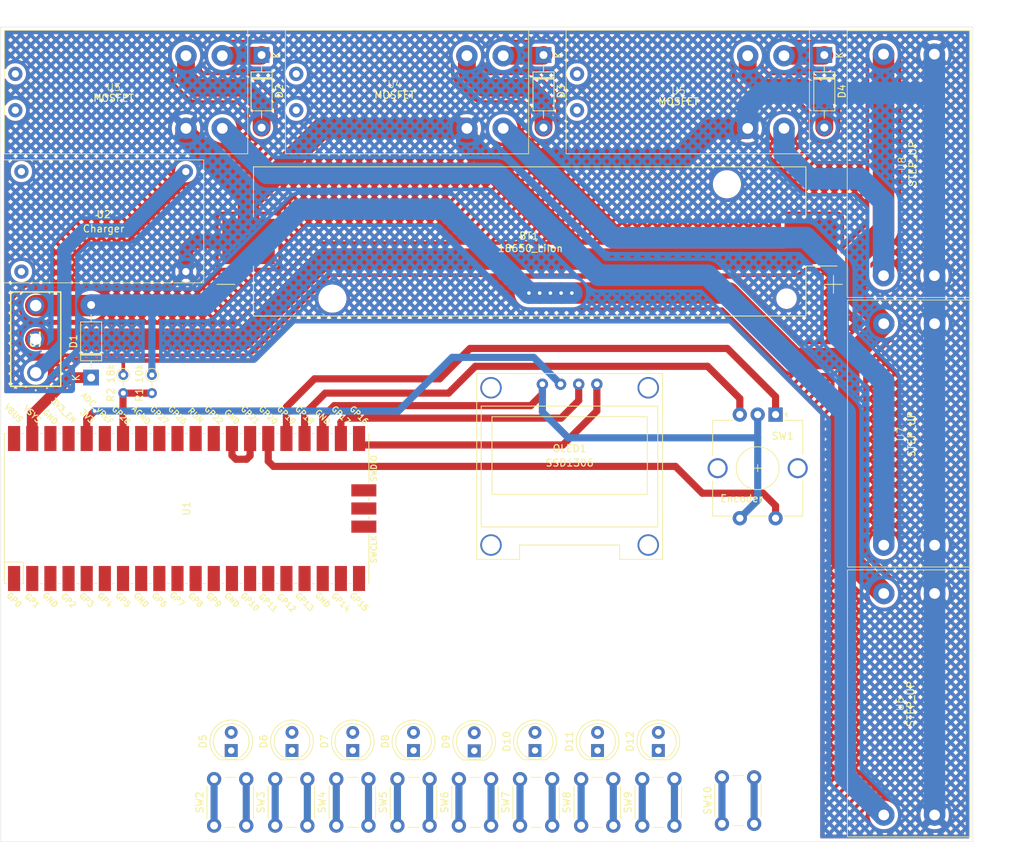
<source format=kicad_pcb>
(kicad_pcb (version 20240108) (generator "pcbnew") (generator_version "8.0")
  (title_block (title "LARS V2") (date "2024-04-01") (rev "1") (comment 1 "https://git.xythobuz.de/thomas/drumkit") (comment 2 "Licensed under the CERN-OHL-S-2.0+") (comment 4 "Copyright (c) 2024 Thomas Buck, Kauzerei"))
  (layers (0 "F.Cu" signal) (31 "B.Cu" signal) (34 "B.Paste" user) (35 "F.Paste" user) (36 "B.SilkS" user "B.Silkscreen") (37 "F.SilkS" user "F.Silkscreen") (38 "B.Mask" user) (39 "F.Mask" user) (44 "Edge.Cuts" user))
  (net 0 "")
  (net 2 "Net-(OLED1-SCL)")
  (net 3 "+BATT")
  (net 7 "Net-(OLED1-SDA)")
  (net 8 "Net-(U1-GPIO27_ADC1)")
  (net 13 "Net-(D1-K)")
  (net 19 "Net-(U1-GPIO20)")
  (net 21 "Net-(U1-GPIO28_ADC2)")
  (net 24 "Net-(U1-GPIO19)")
  (net 25 "unconnected-(SW10-Pad2)")
  (net 39 "Net-(U1-GPIO18)")
  (net 40 "+3.3V")
  (net 41 "-BATT")
  (net 44 "unconnected-(SW2-Pad2)")
  (net 45 "unconnected-(SW2-Pad1)")
  (net 46 "unconnected-(SW3-Pad2)")
  (net 47 "unconnected-(SW3-Pad1)")
  (net 48 "unconnected-(SW4-Pad1)")
  (net 49 "unconnected-(SW4-Pad2)")
  (net 50 "unconnected-(SW5-Pad1)")
  (net 51 "unconnected-(SW5-Pad2)")
  (net 52 "Net-(D2-A)")
  (net 53 "Net-(D2-K)")
  (net 55 "Net-(D3-K)")
  (net 56 "Net-(D3-A)")
  (net 58 "Net-(D4-A)")
  (net 59 "Net-(D4-K)")
  (net 60 "Net-(U3-Vin+)")
  (net 62 "Net-(U4-Vin+)")
  (net 63 "Net-(U5-Vin+)")
  (net 64 "unconnected-(SW6-Pad2)")
  (net 65 "unconnected-(SW6-Pad1)")
  (net 66 "unconnected-(SW7-Pad1)")
  (net 67 "unconnected-(SW7-Pad2)")
  (net 68 "unconnected-(SW8-Pad1)")
  (net 69 "unconnected-(SW8-Pad2)")
  (net 70 "unconnected-(SW9-Pad2)")
  (net 71 "unconnected-(SW9-Pad1)")
  (net 88 "unconnected-(SW10-Pad1)")
  (net 89 "Net-(U1-GPIO22)")
  (net 90 "Net-(U1-GPIO26_ADC0)")
  (net 91 "Net-(U1-GPIO21)")
  (net 92 "Net-(BT1-+)")
  (net 93 "Net-(S1-NO)")
  (footprint "Button_Switch_THT:SW_PUSH_6mm_H5mm" (layer "F.Cu") (at 112.7 152.5 90)
    (property "Reference" "SW2" (at 3.25 -2 -90) (layer "F.SilkS"))
    (property "Value" "SW_Push")
    (pad "1" thru_hole circle (at 0 0 180) (size 2 2) (drill 1.1) (layers "*.Cu" "*.Mask") (net 45 "unconnected-(SW2-Pad1)"))
    (pad "1" thru_hole circle (at 6.5 0 180) (size 2 2) (drill 1.1) (layers "*.Cu" "*.Mask") (net 45 "unconnected-(SW2-Pad1)"))
    (pad "2" thru_hole circle (at 0 4.5 180) (size 2 2) (drill 1.1) (layers "*.Cu" "*.Mask") (net 44 "unconnected-(SW2-Pad2)"))
    (pad "2" thru_hole circle (at 6.5 4.5 180) (size 2 2) (drill 1.1) (layers "*.Cu" "*.Mask") (net 44 "unconnected-(SW2-Pad2)"))
  )
  (footprint "chinese_modules:xy-mos" (layer "F.Cu") (at 117.406 41.244 180)
    (property "Reference" "U3" (at 18.76 -7.98 0) (layer "F.SilkS") (effects (font (thickness 0.1))))
    (property "Value" "MOSFET" (at 18.76 -9.48 0) (layer "F.SilkS"))
    (pad "1" thru_hole circle (at 3.556 -13.716 180) (size 3 3) (drill 1.5) (layers "*.Cu" "*.Mask") (net 60 "Net-(U3-Vin+)"))
    (pad "2" thru_hole circle (at 8.636 -13.716 180) (size 3 3) (drill 1.5) (layers "*.Cu" "*.Mask") (net 41 "-BATT"))
    (pad "3" thru_hole circle (at 3.556 -3.556 180) (size 3 3) (drill 1.5) (layers "*.Cu" "*.Mask") (net 53 "Net-(D2-K)"))
    (pad "4" thru_hole circle (at 8.636 -3.556 180) (size 3 3) (drill 1.5) (layers "*.Cu" "*.Mask") (net 52 "Net-(D2-A)"))
    (pad "5" thru_hole circle (at 32.512 -11.176 180) (size 2 2) (drill 1) (layers "*.Cu" "*.Mask"))
    (pad "6" thru_hole circle (at 32.512 -6.096 180) (size 2 2) (drill 1) (layers "*.Cu" "*.Mask") (net 8 "Net-(U1-GPIO27_ADC1)"))
  )
  (footprint "Button_Switch_THT:SW_PUSH_6mm_H5mm" (layer "F.Cu") (at 121.25 152.5 90)
    (property "Reference" "SW3" (at 3.25 -2 -90) (layer "F.SilkS"))
    (property "Value" "SW_Push")
    (pad "1" thru_hole circle (at 0 0 180) (size 2 2) (drill 1.1) (layers "*.Cu" "*.Mask") (net 47 "unconnected-(SW3-Pad1)"))
    (pad "1" thru_hole circle (at 6.5 0 180) (size 2 2) (drill 1.1) (layers "*.Cu" "*.Mask") (net 47 "unconnected-(SW3-Pad1)"))
    (pad "2" thru_hole circle (at 0 4.5 180) (size 2 2) (drill 1.1) (layers "*.Cu" "*.Mask") (net 46 "unconnected-(SW3-Pad2)"))
    (pad "2" thru_hole circle (at 6.5 4.5 180) (size 2 2) (drill 1.1) (layers "*.Cu" "*.Mask") (net 46 "unconnected-(SW3-Pad2)"))
  )
  (footprint "Diode_THT:D_DO-41_SOD81_P10.16mm_Horizontal" (layer "F.Cu") (at 198.068 44.7 -90)
    (property "Reference" "D4" (at 5.08 -2.47 90) (layer "F.SilkS"))
    (property "Value" "1N5819")
    (fp_text user "K" (at 0 -2.1 90) (layer "F.SilkS"))
    (pad "1" thru_hole rect (at 0 0 270) (size 2.2 2.2) (drill 1.1) (layers "*.Cu" "*.Mask") (net 59 "Net-(D4-K)"))
    (pad "2" thru_hole oval (at 10.16 0 270) (size 2.2 2.2) (drill 1.1) (layers "*.Cu" "*.Mask") (net 58 "Net-(D4-A)"))
  )
  (footprint "chinese_modules:dc-dc module" (layer "F.Cu") (at 208.388 57.28 -90)
    (property "Reference" "U8" (at 2.652 -0.556 90) (layer "F.SilkS") (effects (font (thickness 0.1))))
    (property "Value" "STEP_UP" (at 2.652 -2.056 90) (layer "F.SilkS"))
    (pad "1" thru_hole circle (at -12.7 -5.08 270) (size 3 3) (drill 1.5) (layers "*.Cu" "*.Mask") (net 41 "-BATT"))
    (pad "2" thru_hole circle (at -12.7 2.032 270) (size 3 3) (drill 1.5) (layers "*.Cu" "*.Mask") (net 3 "+BATT"))
    (pad "3" thru_hole circle (at 18.288 -5.08 270) (size 3 3) (drill 1.5) (layers "*.Cu" "*.Mask") (net 41 "-BATT"))
    (pad "4" thru_hole circle (at 18.288 2.032 270) (size 3 3) (drill 1.5) (layers "*.Cu" "*.Mask") (net 63 "Net-(U5-Vin+)"))
  )
  (footprint "Button_Switch_THT:SW_PUSH_6mm_H5mm" (layer "F.Cu") (at 155.5 152.5 90)
    (property "Reference" "SW7" (at 3.25 -2 -90) (layer "F.SilkS"))
    (property "Value" "SW_Push")
    (pad "1" thru_hole circle (at 0 0 180) (size 2 2) (drill 1.1) (layers "*.Cu" "*.Mask") (net 66 "unconnected-(SW7-Pad1)"))
    (pad "1" thru_hole circle (at 6.5 0 180) (size 2 2) (drill 1.1) (layers "*.Cu" "*.Mask") (net 66 "unconnected-(SW7-Pad1)"))
    (pad "2" thru_hole circle (at 0 4.5 180) (size 2 2) (drill 1.1) (layers "*.Cu" "*.Mask") (net 67 "unconnected-(SW7-Pad2)"))
    (pad "2" thru_hole circle (at 6.5 4.5 180) (size 2 2) (drill 1.1) (layers "*.Cu" "*.Mask") (net 67 "unconnected-(SW7-Pad2)"))
  )
  (footprint "Rotary_Encoder:RotaryEncoder_Alps_EC12E-Switch_Vertical_H20mm_CircularMountingHoles" (layer "F.Cu") (at 191.25 95 -90)
    (property "Reference" "SW1" (at 3 -1 180) (layer "F.SilkS"))
    (property "Value" "Encoder" (at 11.75 4.75 180) (layer "F.SilkS"))
    (pad "A" thru_hole rect (at 0 0 270) (size 2 2) (drill 1) (layers "*.Cu" "*.Mask") (net 24 "Net-(U1-GPIO19)"))
    (pad "B" thru_hole circle (at 0 5 270) (size 2 2) (drill 1) (layers "*.Cu" "*.Mask") (net 39 "Net-(U1-GPIO18)"))
    (pad "C" thru_hole circle (at 0 2.5 270) (size 2 2) (drill 1) (layers "*.Cu" "*.Mask") (net 41 "-BATT"))
    (pad "MP" thru_hole circle (at 7.5 -3.1 270) (size 2.8 2.8) (drill 2.2) (layers "*.Cu" "*.Mask"))
    (pad "MP" thru_hole circle (at 7.5 8.1 270) (size 2.8 2.8) (drill 2.2) (layers "*.Cu" "*.Mask"))
    (pad "S1" thru_hole circle (at 14.5 0 270) (size 2 2) (drill 1) (layers "*.Cu" "*.Mask") (net 19 "Net-(U1-GPIO20)"))
    (pad "S2" thru_hole circle (at 14.5 5 270) (size 2 2) (drill 1) (layers "*.Cu" "*.Mask") (net 41 "-BATT"))
  )
  (footprint "Button_Switch_THT:SW_PUSH_6mm_H5mm" (layer "F.Cu") (at 138.35 152.5 90)
    (property "Reference" "SW5" (at 3.25 -2 -90) (layer "F.SilkS"))
    (property "Value" "SW_Push")
    (pad "1" thru_hole circle (at 0 0 180) (size 2 2) (drill 1.1) (layers "*.Cu" "*.Mask") (net 50 "unconnected-(SW5-Pad1)"))
    (pad "1" thru_hole circle (at 6.5 0 180) (size 2 2) (drill 1.1) (layers "*.Cu" "*.Mask") (net 50 "unconnected-(SW5-Pad1)"))
    (pad "2" thru_hole circle (at 0 4.5 180) (size 2 2) (drill 1.1) (layers "*.Cu" "*.Mask") (net 51 "unconnected-(SW5-Pad2)"))
    (pad "2" thru_hole circle (at 6.5 4.5 180) (size 2 2) (drill 1.1) (layers "*.Cu" "*.Mask") (net 51 "unconnected-(SW5-Pad2)"))
  )
  (footprint "Button_Switch_THT:SW_PUSH_6mm_H5mm" (layer "F.Cu") (at 129.8 152.5 90)
    (property "Reference" "SW4" (at 3.25 -2 -90) (layer "F.SilkS"))
    (property "Value" "SW_Push")
    (pad "1" thru_hole circle (at 0 0 180) (size 2 2) (drill 1.1) (layers "*.Cu" "*.Mask") (net 48 "unconnected-(SW4-Pad1)"))
    (pad "1" thru_hole circle (at 6.5 0 180) (size 2 2) (drill 1.1) (layers "*.Cu" "*.Mask") (net 48 "unconnected-(SW4-Pad1)"))
    (pad "2" thru_hole circle (at 0 4.5 180) (size 2 2) (drill 1.1) (layers "*.Cu" "*.Mask") (net 49 "unconnected-(SW4-Pad2)"))
    (pad "2" thru_hole circle (at 6.5 4.5 180) (size 2 2) (drill 1.1) (layers "*.Cu" "*.Mask") (net 49 "unconnected-(SW4-Pad2)"))
  )
  (footprint "KiCad-RP-Pico:RPi_Pico_SMD_only" (layer "F.Cu") (at 108.85 108.14 90)
    (property "Reference" "U1" (at 0 0 90) (layer "F.SilkS"))
    (property "Value" "Pico")
    (fp_text user "GP21" (at 13.054 8.9 135) (layer "F.SilkS") (effects (font (size 0.8 0.8))))
    (fp_text user "GP3" (at -12.8 -13.97 135) (layer "F.SilkS") (effects (font (size 0.8 0.8))))
    (fp_text user "GND" (at -12.8 -6.35 135) (layer "F.SilkS") (effects (font (size 0.8 0.8))))
    (fp_text user "GP15" (at -13.054 24.13 135) (layer "F.SilkS") (effects (font (size 0.8 0.8))))
    (fp_text user "GP19" (at 13.054 13.97 135) (layer "F.SilkS") (effects (font (size 0.8 0.8))))
    (fp_text user "GND" (at 12.8 6.35 135) (layer "F.SilkS") (effects (font (size 0.8 0.8))))
    (fp_text user "VBUS" (at 13.3 -24.2 135) (layer "F.SilkS") (effects (font (size 0.8 0.8))))
    (fp_text user "RUN" (at 13 1.27 135) (layer "F.SilkS") (effects (font (size 0.8 0.8))))
    (fp_text user "GP28" (at 13.054 -9.144 135) (layer "F.SilkS") (effects (font (size 0.8 0.8))))
    (fp_text user "GP0" (at -12.8 -24.13 135) (layer "F.SilkS") (effects (font (size 0.8 0.8))))
    (fp_text user "GP1" (at -12.9 -21.6 135) (layer "F.SilkS") (effects (font (size 0.8 0.8))))
    (fp_text user "GP27" (at 13.054 -3.8 135) (layer "F.SilkS") (effects (font (size 0.8 0.8))))
    (fp_text user "GND" (at -12.8 19.05 135) (layer "F.SilkS") (effects (font (size 0.8 0.8))))
    (fp_text user "3V3" (at 12.9 -13.9 135) (layer "F.SilkS") (effects (font (size 0.8 0.8))))
    (fp_text user "GP14" (at -13.1 21.59 135) (layer "F.SilkS") (effects (font (size 0.8 0.8))))
    (fp_text user "ADC_VREF" (at 14 -12.5 135) (layer "F.SilkS") (effects (font (size 0.8 0.8))))
    (fp_text user "GP12" (at -13.2 13.97 135) (layer "F.SilkS") (effects (font (size 0.8 0.8))))
    (fp_text user "GP16" (at 13.054 24.13 135) (layer "F.SilkS") (effects (font (size 0.8 0.8))))
    (fp_text user "GP18" (at 13.054 16.51 135) (layer "F.SilkS") (effects (font (size 0.8 0.8))))
    (fp_text user "GP26" (at 13.054 -1.27 135) (layer "F.SilkS") (effects (font (size 0.8 0.8))))
    (fp_text user "3V3_EN" (at 13.7 -17.2 135) (layer "F.SilkS") (effects (font (size 0.8 0.8))))
    (fp_text user "GP8" (at -12.8 1.27 135) (layer "F.SilkS") (effects (font (size 0.8 0.8))))
    (fp_text user "GP9" (at -12.8 3.81 135) (layer "F.SilkS") (effects (font (size 0.8 0.8))))
    (fp_text user "SWDIO" (at 5.6 26.2 90) (layer "F.SilkS") (effects (font (size 0.8 0.8))))
    (fp_text user "AGND" (at 13.054 -6.35 135) (layer "F.SilkS") (effects (font (size 0.8 0.8))))
    (fp_text user "GP10" (at -13.054 8.89 135) (layer "F.SilkS") (effects (font (size 0.8 0.8))))
    (fp_text user "GND" (at 12.8 19.05 135) (layer "F.SilkS") (effects (font (size 0.8 0.8))))
    (fp_text user "GP11" (at -13.2 11.43 135) (layer "F.SilkS") (effects (font (size 0.8 0.8))))
    (fp_text user "GP17" (at 13.054 21.59 135) (layer "F.SilkS") (effects (font (size 0.8 0.8))))
    (fp_text user "GP13" (at -13.054 16.51 135) (layer "F.SilkS") (effects (font (size 0.8 0.8))))
    (fp_text user "GP2" (at -12.9 -16.51 135) (layer "F.SilkS") (effects (font (size 0.8 0.8))))
    (fp_text user "SWCLK" (at -5.7 26.2 90) (layer "F.SilkS") (effects (font (size 0.8 0.8))))
    (fp_text user "GP20" (at 13.054 11.43 135) (layer "F.SilkS") (effects (font (size 0.8 0.8))))
    (fp_text user "GND" (at 12.8 -19.05 135) (layer "F.SilkS") (effects (font (size 0.8 0.8))))
    (fp_text user "GP5" (at -12.8 -8.89 135) (layer "F.SilkS") (effects (font (size 0.8 0.8))))
    (fp_text user "GND" (at -12.8 6.35 135) (layer "F.SilkS") (effects (font (size 0.8 0.8))))
    (fp_text user "GP7" (at -12.7 -1.3 135) (layer "F.SilkS") (effects (font (size 0.8 0.8))))
    (fp_text user "GP6" (at -12.8 -3.81 135) (layer "F.SilkS") (effects (font (size 0.8 0.8))))
    (fp_text user "GP22" (at 13.054 3.81 135) (layer "F.SilkS") (effects (font (size 0.8 0.8))))
    (fp_text user "GP4" (at -12.8 -11.43 135) (layer "F.SilkS") (effects (font (size 0.8 0.8))))
    (fp_text user "GND" (at -12.8 -19.05 135) (layer "F.SilkS") (effects (font (size 0.8 0.8))))
    (fp_text user "VSYS" (at 13.2 -21.59 135) (layer "F.SilkS") (effects (font (size 0.8 0.8))))
    (pad "" np_thru_hole oval (at -2.725 -24 90) (size 1.8 1.8) (drill 1.8) (layers "*.Cu" "*.Mask"))
    (pad "" np_thru_hole oval (at -2.425 -20.97 90) (size 1.5 1.5) (drill 1.5) (layers "*.Cu" "*.Mask"))
    (pad "" np_thru_hole oval (at 2.425 -20.97 90) (size 1.5 1.5) (drill 1.5) (layers "*.Cu" "*.Mask"))
    (pad "" np_thru_hole oval (at 2.725 -24 90) (size 1.8 1.8) (drill 1.8) (layers "*.Cu" "*.Mask"))
    (pad "1" smd rect (at -8.89 -24.13 90) (size 3.5 1.7) (drill (offset -0.9 0)) (layers "F.Cu" "F.Mask"))
    (pad "2" smd rect (at -8.89 -21.59 90) (size 3.5 1.7) (drill (offset -0.9 0)) (layers "F.Cu" "F.Mask"))
    (pad "3" smd rect (at -8.89 -19.05 90) (size 3.5 1.7) (drill (offset -0.9 0)) (layers "F.Cu" "F.Mask"))
    (pad "4" smd rect (at -8.89 -16.51 90) (size 3.5 1.7) (drill (offset -0.9 0)) (layers "F.Cu" "F.Mask"))
    (pad "5" smd rect (at -8.89 -13.97 90) (size 3.5 1.7) (drill (offset -0.9 0)) (layers "F.Cu" "F.Mask"))
    (pad "6" smd rect (at -8.89 -11.43 90) (size 3.5 1.7) (drill (offset -0.9 0)) (layers "F.Cu" "F.Mask"))
    (pad "7" smd rect (at -8.89 -8.89 90) (size 3.5 1.7) (drill (offset -0.9 0)) (layers "F.Cu" "F.Mask"))
    (pad "8" smd rect (at -8.89 -6.35 90) (size 3.5 1.7) (drill (offset -0.9 0)) (layers "F.Cu" "F.Mask"))
    (pad "9" smd rect (at -8.89 -3.81 90) (size 3.5 1.7) (drill (offset -0.9 0)) (layers "F.Cu" "F.Mask"))
    (pad "10" smd rect (at -8.89 -1.27 90) (size 3.5 1.7) (drill (offset -0.9 0)) (layers "F.Cu" "F.Mask"))
    (pad "11" smd rect (at -8.89 1.27 90) (size 3.5 1.7) (drill (offset -0.9 0)) (layers "F.Cu" "F.Mask"))
    (pad "12" smd rect (at -8.89 3.81 90) (size 3.5 1.7) (drill (offset -0.9 0)) (layers "F.Cu" "F.Mask"))
    (pad "13" smd rect (at -8.89 6.35 90) (size 3.5 1.7) (drill (offset -0.9 0)) (layers "F.Cu" "F.Mask"))
    (pad "14" smd rect (at -8.89 8.89 90) (size 3.5 1.7) (drill (offset -0.9 0)) (layers "F.Cu" "F.Mask"))
    (pad "15" smd rect (at -8.89 11.43 90) (size 3.5 1.7) (drill (offset -0.9 0)) (layers "F.Cu" "F.Mask"))
    (pad "16" smd rect (at -8.89 13.97 90) (size 3.5 1.7) (drill (offset -0.9 0)) (layers "F.Cu" "F.Mask"))
    (pad "17" smd rect (at -8.89 16.51 90) (size 3.5 1.7) (drill (offset -0.9 0)) (layers "F.Cu" "F.Mask"))
    (pad "18" smd rect (at -8.89 19.05 90) (size 3.5 1.7) (drill (offset -0.9 0)) (layers "F.Cu" "F.Mask"))
    (pad "19" smd rect (at -8.89 21.59 90) (size 3.5 1.7) (drill (offset -0.9 0)) (layers "F.Cu" "F.Mask"))
    (pad "20" smd rect (at -8.89 24.13 90) (size 3.5 1.7) (drill (offset -0.9 0)) (layers "F.Cu" "F.Mask"))
    (pad "21" smd rect (at 8.89 24.13 90) (size 3.5 1.7) (drill (offset 0.9 0)) (layers "F.Cu" "F.Mask") (net 7 "Net-(OLED1-SDA)"))
    (pad "22" smd rect (at 8.89 21.59 90) (size 3.5 1.7) (drill (offset 0.9 0)) (layers "F.Cu" "F.Mask") (net 2 "Net-(OLED1-SCL)"))
    (pad "23" smd rect (at 8.89 19.05 90) (size 3.5 1.7) (drill (offset 0.9 0)) (layers "F.Cu" "F.Mask") (net 41 "-BATT"))
    (pad "24" smd rect (at 8.89 16.51 90) (size 3.5 1.7) (drill (offset 0.9 0)) (layers "F.Cu" "F.Mask") (net 39 "Net-(U1-GPIO18)"))
    (pad "25" smd rect (at 8.89 13.97 90) (size 3.5 1.7) (drill (offset 0.9 0)) (layers "F.Cu" "F.Mask") (net 24 "Net-(U1-GPIO19)"))
    (pad "26" smd rect (at 8.89 11.43 90) (size 3.5 1.7) (drill (offset 0.9 0)) (layers "F.Cu" "F.Mask") (net 19 "Net-(U1-GPIO20)"))
    (pad "27" smd rect (at 8.89 8.89 90) (size 3.5 1.7) (drill (offset 0.9 0)) (layers "F.Cu" "F.Mask") (net 91 "Net-(U1-GPIO21)"))
    (pad "28" smd rect (at 8.89 6.35 90) (size 3.5 1.7) (drill (offset 0.9 0)) (layers "F.Cu" "F.Mask") (net 91 "Net-(U1-GPIO21)"))
    (pad "29" smd rect (at 8.89 3.81 90) (size 3.5 1.7) (drill (offset 0.9 0)) (layers "F.Cu" "F.Mask") (net 89 "Net-(U1-GPIO22)"))
    (pad "30" smd rect (at 8.89 1.27 90) (size 3.5 1.7) (drill (offset 0.9 0)) (layers "F.Cu" "F.Mask"))
    (pad "31" smd rect (at 8.89 -1.27 90) (size 3.5 1.7) (drill (offset 0.9 0)) (layers "F.Cu" "F.Mask") (net 90 "Net-(U1-GPIO26_ADC0)"))
    (pad "32" smd rect (at 8.89 -3.81 90) (size 3.5 1.7) (drill (offset 0.9 0)) (layers "F.Cu" "F.Mask") (net 8 "Net-(U1-GPIO27_ADC1)"))
    (pad "33" smd rect (at 8.89 -6.35 90) (size 3.5 1.7) (drill (offset 0.9 0)) (layers "F.Cu" "F.Mask"))
    (pad "34" smd rect (at 8.89 -8.89 90) (size 3.5 1.7) (drill (offset 0.9 0)) (layers "F.Cu" "F.Mask") (net 21 "Net-(U1-GPIO28_ADC2)"))
    (pad "35" smd rect (at 8.89 -11.43 90) (size 3.5 1.7) (drill (offset 0.9 0)) (layers "F.Cu" "F.Mask"))
    (pad "36" smd rect (at 8.89 -13.97 90) (size 3.5 1.7) (drill (offset 0.9 0)) (layers "F.Cu" "F.Mask") (net 40 "+3.3V"))
    (pad "37" smd rect (at 8.89 -16.51 90) (size 3.5 1.7) (drill (offset 0.9 0)) (layers "F.Cu" "F.Mask"))
    (pad "38" smd rect (at 8.89 -19.05 90) (size 3.5 1.7) (drill (offset 0.9 0)) (layers "F.Cu" "F.Mask"))
    (pad "39" smd rect (at 8.89 -21.59 90) (size 3.5 1.7) (drill (offset 0.9 0)) (layers "F.Cu" "F.Mask") (net 13 "Net-(D1-K)"))
    (pad "40" smd rect (at 8.89 -24.13 90) (size 3.5 1.7) (drill (offset 0.9 0)) (layers "F.Cu" "F.Mask"))
    (pad "41" smd rect (at -2.54 23.9 180) (size 3.5 1.7) (drill (offset -0.9 0)) (layers "F.Cu" "F.Mask"))
    (pad "42" smd rect (at 0 23.9 180) (size 3.5 1.7) (drill (offset -0.9 0)) (layers "F.Cu" "F.Mask"))
    (pad "43" smd rect (at 2.54 23.9 180) (size 3.5 1.7) (drill (offset -0.9 0)) (layers "F.Cu" "F.Mask"))
  )
  (footprint "chinese_modules:dc-dc module" (layer "F.Cu") (at 208.42 94.98 -90)
    (property "Reference" "U7" (at 2.752 -0.364 90) (layer "F.SilkS") (effects (font (thickness 0.1))))
    (property "Value" "STEP_UP" (at 2.752 -1.864 90) (layer "F.SilkS"))
    (pad "1" thru_hole circle (at -12.7 -5.08 270) (size 3 3) (drill 1.5) (layers "*.Cu" "*.Mask") (net 41 "-BATT"))
    (pad "2" thru_hole circle (at -12.7 2.032 270) (size 3 3) (drill 1.5) (layers "*.Cu" "*.Mask") (net 3 "+BATT"))
    (pad "3" thru_hole circle (at 18.288 -5.08 270) (size 3 3) (drill 1.5) (layers "*.Cu" "*.Mask") (net 41 "-BATT"))
    (pad "4" thru_hole circle (at 18.288 2.032 270) (size 3 3) (drill 1.5) (layers "*.Cu" "*.Mask") (net 62 "Net-(U4-Vin+)"))
  )
  (footprint "Diode_THT:D_DO-41_SOD81_P10.16mm_Horizontal" (layer "F.Cu") (at 119.35 44.7 -90)
    (property "Reference" "D2" (at 5.08 -2.47 90) (layer "F.SilkS"))
    (property "Value" "1N5819")
    (fp_text user "K" (at 0 -2.1 90) (layer "F.SilkS"))
    (pad "1" thru_hole rect (at 0 0 270) (size 2.2 2.2) (drill 1.1) (layers "*.Cu" "*.Mask") (net 53 "Net-(D2-K)"))
    (pad "2" thru_hole oval (at 10.16 0 270) (size 2.2 2.2) (drill 1.1) (layers "*.Cu" "*.Mask") (net 52 "Net-(D2-A)"))
  )
  (footprint "LED_THT:LED_D5.0mm" (layer "F.Cu") (at 174.85 142 90)
    (property "Reference" "D12" (at 1.27 -3.96 -90) (layer "F.SilkS"))
    (property "Value" "LED")
    (pad "1" thru_hole rect (at 0 0 90) (size 1.8 1.8) (drill 0.9) (layers "*.Cu" "*.Mask"))
    (pad "2" thru_hole circle (at 2.54 0 90) (size 1.8 1.8) (drill 0.9) (layers "*.Cu" "*.Mask"))
  )
  (footprint "chinese_modules:xy-mos" (layer "F.Cu") (at 195.986 41.244 180)
    (property "Reference" "U5" (at 18.324 -8.476 0) (layer "F.SilkS") (effects (font (thickness 0.1))))
    (property "Value" "MOSFET" (at 18.324 -9.976 0) (layer "F.SilkS"))
    (pad "1" thru_hole circle (at 3.556 -13.716 180) (size 3 3) (drill 1.5) (layers "*.Cu" "*.Mask") (net 63 "Net-(U5-Vin+)"))
    (pad "2" thru_hole circle (at 8.636 -13.716 180) (size 3 3) (drill 1.5) (layers "*.Cu" "*.Mask") (net 41 "-BATT"))
    (pad "3" thru_hole circle (at 3.556 -3.556 180) (size 3 3) (drill 1.5) (layers "*.Cu" "*.Mask") (net 59 "Net-(D4-K)"))
    (pad "4" thru_hole circle (at 8.636 -3.556 180) (size 3 3) (drill 1.5) (layers "*.Cu" "*.Mask") (net 58 "Net-(D4-A)"))
    (pad "5" thru_hole circle (at 32.512 -11.176 180) (size 2 2) (drill 1) (layers "*.Cu" "*.Mask"))
    (pad "6" thru_hole circle (at 32.512 -6.096 180) (size 2 2) (drill 1) (layers "*.Cu" "*.Mask") (net 89 "Net-(U1-GPIO22)"))
  )
  (footprint "ssd1306:SSD1306_0.96_Oled" (layer "F.Cu") (at 149.44 115.25)
    (property "Reference" "OLED1" (at 13 -15.5 0) (layer "F.SilkS"))
    (property "Value" "SSD1306" (at 13 -13.5 0) (layer "F.SilkS"))
    (pad "" np_thru_hole circle (at 2 -24) (size 3 3) (drill 2.5) (layers "F&B.Cu" "*.Mask"))
    (pad "" np_thru_hole circle (at 2 -2) (size 3 3) (drill 2.5) (layers "F&B.Cu" "*.Mask"))
    (pad "" np_thru_hole circle (at 24 -24) (size 3 3) (drill 2.5) (layers "F&B.Cu" "*.Mask"))
    (pad "" np_thru_hole circle (at 24 -2) (size 3 3) (drill 2.5) (layers "F&B.Cu" "*.Mask"))
    (pad "1" thru_hole circle (at 9.19 -24.5) (size 1.6 1.6) (drill 0.8) (layers "*.Cu" "*.Mask") (net 41 "-BATT"))
    (pad "2" thru_hole circle (at 11.73 -24.5) (size 1.6 1.6) (drill 0.8) (layers "*.Cu" "*.Mask") (net 40 "+3.3V"))
    (pad "3" thru_hole circle (at 14.27 -24.5) (size 1.6 1.6) (drill 0.8) (layers "*.Cu" "*.Mask") (net 2 "Net-(OLED1-SCL)"))
    (pad "4" thru_hole circle (at 16.81 -24.5) (size 1.6 1.6) (drill 0.8) (layers "*.Cu" "*.Mask") (net 7 "Net-(OLED1-SDA)"))
  )
  (footprint "LED_THT:LED_D5.0mm" (layer "F.Cu") (at 149.1 142.04 90)
    (property "Reference" "D9" (at 1.27 -3.96 -90) (layer "F.SilkS"))
    (property "Value" "LED")
    (pad "1" thru_hole rect (at 0 0 90) (size 1.8 1.8) (drill 0.9) (layers "*.Cu" "*.Mask"))
    (pad "2" thru_hole circle (at 2.54 0 90) (size 1.8 1.8) (drill 0.9) (layers "*.Cu" "*.Mask"))
  )
  (footprint "Resistor_THT:R_Axial_DIN0204_L3.6mm_D1.6mm_P2.54mm_Vertical" (layer "F.Cu") (at 104 89.46 -90)
    (property "Reference" "R1" (at 2.79 1.75 90) (layer "F.SilkS"))
    (property "Value" "10k" (at -0.21 1.75 90) (layer "F.SilkS"))
    (pad "1" thru_hole circle (at 0 0 270) (size 1.4 1.4) (drill 0.7) (layers "*.Cu" "*.Mask") (net 3 "+BATT"))
    (pad "2" thru_hole oval (at 2.54 0 270) (size 1.4 1.4) (drill 0.7) (layers "*.Cu" "*.Mask") (net 21 "Net-(U1-GPIO28_ADC2)"))
  )
  (footprint "Diode_THT:D_DO-41_SOD81_P10.16mm_Horizontal" (layer "F.Cu") (at 95.5 89.83 90)
    (property "Reference" "D1" (at 5.08 -2.47 -90) (layer "F.SilkS"))
    (property "Value" "1N5819")
    (fp_text user "K" (at 0 -2.1 -90) (layer "F.SilkS"))
    (pad "1" thru_hole rect (at 0 0 90) (size 2.2 2.2) (drill 1.1) (layers "*.Cu" "*.Mask") (net 13 "Net-(D1-K)"))
    (pad "2" thru_hole oval (at 10.16 0 90) (size 2.2 2.2) (drill 1.1) (layers "*.Cu" "*.Mask") (net 3 "+BATT"))
  )
  (footprint "Battery:BatteryHolder_Keystone_1042_1x18650" (layer "F.Cu") (at 156.85 70.78 180)
    (property "Reference" "BT1" (at 0.1 0.78 180) (layer "F.SilkS"))
    (property "Value" "18650_LiIon" (at -0.1 -0.97 180) (layer "F.SilkS"))
    (pad "" np_thru_hole circle (at -35.93 -8 180) (size 2.39 2.39) (drill 2.39) (layers "*.Cu" "*.Mask"))
    (pad "" np_thru_hole circle (at -27.6 8 180) (size 3.45 3.45) (drill 3.45) (layers "*.Cu" "*.Mask"))
    (pad "" np_thru_hole circle (at 27.6 -8 180) (size 3.45 3.45) (drill 3.45) (layers "*.Cu" "*.Mask"))
    (pad "1" smd rect (at -39.33 0 180) (size 7.34 6.35) (layers "F.Cu" "F.Paste" "F.Mask") (net 92 "Net-(BT1-+)"))
    (pad "2" smd rect (at 39.33 0 180) (size 7.34 6.35) (layers "F.Cu" "F.Paste" "F.Mask") (net 41 "-BATT"))
  )
  (footprint "Button_Switch_THT:SW_PUSH_6mm_H5mm" (layer "F.Cu") (at 164.05 152.5 90)
    (property "Reference" "SW8" (at 3.25 -2 -90) (layer "F.SilkS"))
    (property "Value" "SW_Push")
    (pad "1" thru_hole circle (at 0 0 180) (size 2 2) (drill 1.1) (layers "*.Cu" "*.Mask") (net 68 "unconnected-(SW8-Pad1)"))
    (pad "1" thru_hole circle (at 6.5 0 180) (size 2 2) (drill 1.1) (layers "*.Cu" "*.Mask") (net 68 "unconnected-(SW8-Pad1)"))
    (pad "2" thru_hole circle (at 0 4.5 180) (size 2 2) (drill 1.1) (layers "*.Cu" "*.Mask") (net 69 "unconnected-(SW8-Pad2)"))
    (pad "2" thru_hole circle (at 6.5 4.5 180) (size 2 2) (drill 1.1) (layers "*.Cu" "*.Mask") (net 69 "unconnected-(SW8-Pad2)"))
  )
  (footprint "Diode_THT:D_DO-41_SOD81_P10.16mm_Horizontal" (layer "F.Cu") (at 158.786 44.7 -90)
    (property "Reference" "D3" (at 5.08 -2.47 90) (layer "F.SilkS"))
    (property "Value" "1N5819")
    (fp_text user "K" (at 0 -2.1 90) (layer "F.SilkS"))
    (pad "1" thru_hole rect (at 0 0 270) (size 2.2 2.2) (drill 1.1) (layers "*.Cu" "*.Mask") (net 55 "Net-(D3-K)"))
    (pad "2" thru_hole oval (at 10.16 0 270) (size 2.2 2.2) (drill 1.1) (layers "*.Cu" "*.Mask") (net 56 "Net-(D3-A)"))
  )
  (footprint "LED_THT:LED_D5.0mm" (layer "F.Cu") (at 157.6 142 90)
    (property "Reference" "D10" (at 1.27 -3.96 -90) (layer "F.SilkS"))
    (property "Value" "LED")
    (pad "1" thru_hole rect (at 0 0 90) (size 1.8 1.8) (drill 0.9) (layers "*.Cu" "*.Mask"))
    (pad "2" thru_hole circle (at 2.54 0 90) (size 1.8 1.8) (drill 0.9) (layers "*.Cu" "*.Mask"))
  )
  (footprint "LED_THT:LED_D5.0mm" (layer "F.Cu") (at 115.1 142 90)
    (property "Reference" "D5" (at 1.27 -3.96 -90) (layer "F.SilkS"))
    (property "Value" "LED")
    (pad "1" thru_hole rect (at 0 0 90) (size 1.8 1.8) (drill 0.9) (layers "*.Cu" "*.Mask"))
    (pad "2" thru_hole circle (at 2.54 0 90) (size 1.8 1.8) (drill 0.9) (layers "*.Cu" "*.Mask"))
  )
  (footprint "5236ab:5236AB" (layer "F.Cu") (at 87.75 89.15 90)
    (property "Reference" "S1" (at 4.7 0 -90) (layer "F.SilkS") (effects (font (size 1.27 1.27) (thickness 0.254))))
    (property "Value" "5236AB" (hide yes))
    (pad "1" thru_hole circle (at 0 0 90) (size 2.4 2.4) (drill 1.6) (layers "*.Cu" "*.Mask") (net 93 "Net-(S1-NO)"))
    (pad "2" thru_hole circle (at 4.7 0 90) (size 2.4 2.4) (drill 1.6) (layers "*.Cu" "*.Mask") (net 92 "Net-(BT1-+)"))
    (pad "3" thru_hole circle (at 9.4 0 90) (size 2.4 2.4) (drill 1.6) (layers "*.Cu" "*.Mask") (net 3 "+BATT"))
  )
  (footprint "Resistor_THT:R_Axial_DIN0204_L3.6mm_D1.6mm_P2.54mm_Vertical" (layer "F.Cu") (at 100 89.46 -90)
    (property "Reference" "R2" (at 2.79 1.75 90) (layer "F.SilkS"))
    (property "Value" "18k" (at -0.21 1.75 90) (layer "F.SilkS"))
    (pad "1" thru_hole circle (at 0 0 270) (size 1.4 1.4) (drill 0.7) (layers "*.Cu" "*.Mask") (net 41 "-BATT"))
    (pad "2" thru_hole oval (at 2.54 0 270) (size 1.4 1.4) (drill 0.7) (layers "*.Cu" "*.Mask") (net 21 "Net-(U1-GPIO28_ADC2)"))
  )
  (footprint "LED_THT:LED_D5.0mm" (layer "F.Cu") (at 123.6 142 90)
    (property "Reference" "D6" (at 1.27 -3.96 -90) (layer "F.SilkS"))
    (property "Value" "LED")
    (pad "1" thru_hole rect (at 0 0 90) (size 1.8 1.8) (drill 0.9) (layers "*.Cu" "*.Mask"))
    (pad "2" thru_hole circle (at 2.54 0 90) (size 1.8 1.8) (drill 0.9) (layers "*.Cu" "*.Mask"))
  )
  (footprint "Button_Switch_THT:SW_PUSH_6mm_H5mm" (layer "F.Cu") (at 146.95 152.5 90)
    (property "Reference" "SW6" (at 3.25 -2 -90) (layer "F.SilkS"))
    (property "Value" "SW_Push")
    (pad "1" thru_hole circle (at 0 0 180) (size 2 2) (drill 1.1) (layers "*.Cu" "*.Mask") (net 65 "unconnected-(SW6-Pad1)"))
    (pad "1" thru_hole circle (at 6.5 0 180) (size 2 2) (drill 1.1) (layers "*.Cu" "*.Mask") (net 65 "unconnected-(SW6-Pad1)"))
    (pad "2" thru_hole circle (at 0 4.5 180) (size 2 2) (drill 1.1) (layers "*.Cu" "*.Mask") (net 64 "unconnected-(SW6-Pad2)"))
    (pad "2" thru_hole circle (at 6.5 4.5 180) (size 2 2) (drill 1.1) (layers "*.Cu" "*.Mask") (net 64 "unconnected-(SW6-Pad2)"))
  )
  (footprint "chinese_modules:charger" (layer "F.Cu") (at 97.25 68)
    (property "Reference" "U2" (hide yes))
    (property "Value" "Charger" (at 0 1 0) (layer "F.SilkS"))
    (fp_text user "${REFERENCE}" (at 0 -1 0) (layer "F.SilkS"))
    (pad "1" thru_hole circle (at -11.5 -7) (size 2 2) (drill 1) (layers "*.Cu" "*.Mask"))
    (pad "2" thru_hole circle (at -11.5 7) (size 2 2) (drill 1) (layers "*.Cu" "*.Mask"))
    (pad "3" thru_hole circle (at 11.5 -7) (size 2 2) (drill 1) (layers "*.Cu" "*.Mask") (net 93 "Net-(S1-NO)"))
    (pad "4" thru_hole circle (at 11.5 7) (size 2 2) (drill 1) (layers "*.Cu" "*.Mask") (net 41 "-BATT"))
  )
  (footprint "LED_THT:LED_D5.0mm" (layer "F.Cu") (at 166.35 142 90)
    (property "Reference" "D11" (at 1.27 -3.96 -90) (layer "F.SilkS"))
    (property "Value" "LED")
    (pad "1" thru_hole rect (at 0 0 90) (size 1.8 1.8) (drill 0.9) (layers "*.Cu" "*.Mask"))
    (pad "2" thru_hole circle (at 2.54 0 90) (size 1.8 1.8) (drill 0.9) (layers "*.Cu" "*.Mask"))
  )
  (footprint "Button_Switch_THT:SW_PUSH_6mm_H5mm" (layer "F.Cu") (at 183.75 152.25 90)
    (property "Reference" "SW10" (at 3.25 -2 -90) (layer "F.SilkS"))
    (property "Value" "SW_Push")
    (pad "1" thru_hole circle (at 0 0 180) (size 2 2) (drill 1.1) (layers "*.Cu" "*.Mask") (net 88 "unconnected-(SW10-Pad1)"))
    (pad "1" thru_hole circle (at 6.5 0 180) (size 2 2) (drill 1.1) (layers "*.Cu" "*.Mask") (net 88 "unconnected-(SW10-Pad1)"))
    (pad "2" thru_hole circle (at 0 4.5 180) (size 2 2) (drill 1.1) (layers "*.Cu" "*.Mask") (net 25 "unconnected-(SW10-Pad2)"))
    (pad "2" thru_hole circle (at 6.5 4.5 180) (size 2 2) (drill 1.1) (layers "*.Cu" "*.Mask") (net 25 "unconnected-(SW10-Pad2)"))
  )
  (footprint "chinese_modules:xy-mos" (layer "F.Cu") (at 156.704 41.244 180)
    (property "Reference" "U4" (at 18.76 -7.548 0) (layer "F.SilkS") (effects (font (thickness 0.1))))
    (property "Value" "MOSFET" (at 18.76 -9.048 0) (layer "F.SilkS"))
    (pad "1" thru_hole circle (at 3.556 -13.716 180) (size 3 3) (drill 1.5) (layers "*.Cu" "*.Mask") (net 62 "Net-(U4-Vin+)"))
    (pad "2" thru_hole circle (at 8.636 -13.716 180) (size 3 3) (drill 1.5) (layers "*.Cu" "*.Mask") (net 41 "-BATT"))
    (pad "3" thru_hole circle (at 3.556 -3.556 180) (size 3 3) (drill 1.5) (layers "*.Cu" "*.Mask") (net 55 "Net-(D3-K)"))
    (pad "4" thru_hole circle (at 8.636 -3.556 180) (size 3 3) (drill 1.5) (layers "*.Cu" "*.Mask") (net 56 "Net-(D3-A)"))
    (pad "5" thru_hole circle (at 32.512 -11.176 180) (size 2 2) (drill 1) (layers "*.Cu" "*.Mask"))
    (pad "6" thru_hole circle (at 32.512 -6.096 180) (size 2 2) (drill 1) (layers "*.Cu" "*.Mask") (net 90 "Net-(U1-GPIO26_ADC0)"))
  )
  (footprint "chinese_modules:dc-dc module" (layer "F.Cu") (at 208.42 132.73 -90)
    (property "Reference" "U6" (at 2.752 -0.236 90) (layer "F.SilkS") (effects (font (thickness 0.1))))
    (property "Value" "STEP_UP" (at 2.752 -1.736 90) (layer "F.SilkS"))
    (pad "1" thru_hole circle (at -12.7 -5.08 270) (size 3 3) (drill 1.5) (layers "*.Cu" "*.Mask") (net 41 "-BATT"))
    (pad "2" thru_hole circle (at -12.7 2.032 270) (size 3 3) (drill 1.5) (layers "*.Cu" "*.Mask") (net 3 "+BATT"))
    (pad "3" thru_hole circle (at 18.288 -5.08 270) (size 3 3) (drill 1.5) (layers "*.Cu" "*.Mask") (net 41 "-BATT"))
    (pad "4" thru_hole circle (at 18.288 2.032 270) (size 3 3) (drill 1.5) (layers "*.Cu" "*.Mask") (net 60 "Net-(U3-Vin+)"))
  )
  (footprint "LED_THT:LED_D5.0mm" (layer "F.Cu") (at 140.6 142 90)
    (property "Reference" "D8" (at 1.27 -3.96 -90) (layer "F.SilkS"))
    (property "Value" "LED")
    (pad "1" thru_hole rect (at 0 0 90) (size 1.8 1.8) (drill 0.9) (layers "*.Cu" "*.Mask"))
    (pad "2" thru_hole circle (at 2.54 0 90) (size 1.8 1.8) (drill 0.9) (layers "*.Cu" "*.Mask"))
  )
  (footprint "LED_THT:LED_D5.0mm" (layer "F.Cu") (at 132.1 142 90)
    (property "Reference" "D7" (at 1.27 -3.96 -90) (layer "F.SilkS"))
    (property "Value" "LED")
    (pad "1" thru_hole rect (at 0 0 90) (size 1.8 1.8) (drill 0.9) (layers "*.Cu" "*.Mask"))
    (pad "2" thru_hole circle (at 2.54 0 90) (size 1.8 1.8) (drill 0.9) (layers "*.Cu" "*.Mask"))
  )
  (footprint "Button_Switch_THT:SW_PUSH_6mm_H5mm" (layer "F.Cu") (at 172.6 152.5 90)
    (property "Reference" "SW9" (at 3.25 -2 -90) (layer "F.SilkS"))
    (property "Value" "SW_Push")
    (pad "1" thru_hole circle (at 0 0 180) (size 2 2) (drill 1.1) (layers "*.Cu" "*.Mask") (net 71 "unconnected-(SW9-Pad1)"))
    (pad "1" thru_hole circle (at 6.5 0 180) (size 2 2) (drill 1.1) (layers "*.Cu" "*.Mask") (net 71 "unconnected-(SW9-Pad1)"))
    (pad "2" thru_hole circle (at 0 4.5 180) (size 2 2) (drill 1.1) (layers "*.Cu" "*.Mask") (net 70 "unconnected-(SW9-Pad2)"))
    (pad "2" thru_hole circle (at 6.5 4.5 180) (size 2 2) (drill 1.1) (layers "*.Cu" "*.Mask") (net 70 "unconnected-(SW9-Pad2)"))
  )
  (gr_rect (start 82.85 40.78) (end 218.85 154.78) (stroke (width 0.05)) (fill none) (layer "Edge.Cuts"))
  (segment (start 161.25 95.5) (end 163.71 93.04) (width 1) (layer "F.Cu") (net 2))
  (segment (start 130.44 99.25) (end 130.44 96.06) (width 1) (layer "F.Cu") (net 2))
  (segment (start 163.71 93.04) (end 163.71 90.75) (width 1) (layer "F.Cu") (net 2))
  (segment (start 131 95.5) (end 161.25 95.5) (width 1) (layer "F.Cu") (net 2))
  (segment (start 130.44 96.06) (end 131 95.5) (width 1) (layer "F.Cu") (net 2))
  (segment (start 206.356 44.58) (end 206.356 69.144) (width 3) (layer "F.Cu") (net 3))
  (segment (start 193.918 87.168) (end 184.75 78) (width 3) (layer "F.Cu") (net 3))
  (segment (start 202.5 73) (end 202.5 78.392) (width 3) (layer "F.Cu") (net 3))
  (segment (start 201.5 87.168) (end 206.388 82.28) (width 3) (layer "F.Cu") (net 3))
  (segment (start 206.356 69.144) (end 202.5 73) (width 3) (layer "F.Cu") (net 3))
  (segment (start 206.388 120.03) (end 201.5 115.142) (width 3) (layer "F.Cu") (net 3))
  (segment (start 201.5 87.168) (end 193.918 87.168) (width 3) (layer "F.Cu") (net 3))
  (segment (start 202.5 78.392) (end 206.388 82.28) (width 3) (layer "F.Cu") (net 3))
  (segment (start 87.75 79.75) (end 95.42 79.75) (width 3) (layer "F.Cu") (net 3))
  (segment (start 184.75 78) (end 156.75 78) (width 3) (layer "F.Cu") (net 3))
  (segment (start 95.42 79.75) (end 95.5 79.67) (width 3) (layer "F.Cu") (net 3))
  (segment (start 201.5 115.142) (end 201.5 87.168) (width 3) (layer "F.Cu") (net 3))
  (via (at 161.25 78) (size 1) (drill 0.5) (layers "F.Cu" "B.Cu") (net 3))
  (via (at 162.75 78) (size 1) (drill 0.5) (layers "F.Cu" "B.Cu") (net 3))
  (via (at 159.75 78) (size 1) (drill 0.5) (layers "F.Cu" "B.Cu") (net 3))
  (via (at 158.25 78) (size 1) (drill 0.5) (layers "F.Cu" "B.Cu") (net 3))
  (via (at 156.75 78) (size 1) (drill 0.5) (layers "F.Cu" "B.Cu") (net 3))
  (segment (start 161.25 78) (end 162.75 78) (width 3) (layer "B.Cu") (net 3))
  (segment (start 124.75 66.25) (end 111.33 79.67) (width 3) (layer "B.Cu") (net 3))
  (segment (start 159.75 78) (end 161.25 78) (width 3) (layer "B.Cu") (net 3))
  (segment (start 158.25 78) (end 159.75 78) (width 3) (layer "B.Cu") (net 3))
  (segment (start 111.33 79.67) (end 105.75 79.67) (width 3) (layer "B.Cu") (net 3))
  (segment (start 104 79.67) (end 95.5 79.67) (width 3) (layer "B.Cu") (net 3))
  (segment (start 156.75 78) (end 158.25 78) (width 3) (layer "B.Cu") (net 3))
  (segment (start 104 89.46) (end 104 79.67) (width 1) (layer "B.Cu") (net 3))
  (segment (start 156.75 78) (end 145 66.25) (width 3) (layer "B.Cu") (net 3))
  (segment (start 145 66.25) (end 124.75 66.25) (width 3) (layer "B.Cu") (net 3))
  (segment (start 105.75 79.67) (end 104 79.67) (width 3) (layer "B.Cu") (net 3))
  (segment (start 166.25 94.5) (end 166.25 90.75) (width 1) (layer "F.Cu") (net 7))
  (segment (start 132.98 99.25) (end 161.5 99.25) (width 1) (layer "F.Cu") (net 7))
  (segment (start 161.5 99.25) (end 166.25 94.5) (width 1) (layer "F.Cu") (net 7))
  (segment (start 92.42 89.83) (end 95.5 89.83) (width 1.5) (layer "F.Cu") (net 13))
  (segment (start 87.26 94.99) (end 92.42 89.83) (width 1.5) (layer "F.Cu") (net 13))
  (segment (start 87.26 99.25) (end 87.26 94.99) (width 1.5) (layer "F.Cu") (net 13))
  (segment (start 191.25 107.75) (end 191.25 109.5) (width 1) (layer "F.Cu") (net 19))
  (segment (start 121 102.25) (end 177.25 102.25) (width 1) (layer "F.Cu") (net 19))
  (segment (start 189.5 106) (end 191.25 107.75) (width 1) (layer "F.Cu") (net 19))
  (segment (start 181 106) (end 189.5 106) (width 1) (layer "F.Cu") (net 19))
  (segment (start 120.28 101.53) (end 121 102.25) (width 1) (layer "F.Cu") (net 19))
  (segment (start 120.28 99.25) (end 120.28 101.53) (width 1) (layer "F.Cu") (net 19))
  (segment (start 177.25 102.25) (end 181 106) (width 1) (layer "F.Cu") (net 19))
  (segment (start 99.96 92.04) (end 100 92) (width 1) (layer "F.Cu") (net 21))
  (segment (start 99.96 99.25) (end 99.96 92.04) (width 1) (layer "F.Cu") (net 21))
  (segment (start 104 92) (end 100 92) (width 1) (layer "F.Cu") (net 21))
  (segment (start 122.82 99.25) (end 122.82 93.93) (width 1) (layer "F.Cu") (net 24))
  (segment (start 191.25 92.5) (end 191.25 95) (width 1) (layer "F.Cu") (net 24))
  (segment (start 144.25 90) (end 148.5 85.75) (width 1) (layer "F.Cu") (net 24))
  (segment (start 184.5 85.75) (end 191.25 92.5) (width 1) (layer "F.Cu") (net 24))
  (segment (start 126.75 90) (end 144.25 90) (width 1) (layer "F.Cu") (net 24))
  (segment (start 148.5 85.75) (end 184.5 85.75) (width 1) (layer "F.Cu") (net 24))
  (segment (start 122.82 93.93) (end 126.75 90) (width 1) (layer "F.Cu") (net 24))
  (segment (start 188.25 152.25) (end 188.25 145.75) (width 1) (layer "B.Cu") (net 25))
  (segment (start 125.36 94.89) (end 128.25 92) (width 1) (layer "F.Cu") (net 39))
  (segment (start 145.5 92) (end 149.25 88.25) (width 1) (layer "F.Cu") (net 39))
  (segment (start 125.36 99.25) (end 125.36 94.89) (width 1) (layer "F.Cu") (net 39))
  (segment (start 149.25 88.25) (end 181.75 88.25) (width 1) (layer "F.Cu") (net 39))
  (segment (start 186.25 92.75) (end 186.25 95) (width 1) (layer "F.Cu") (net 39))
  (segment (start 181.75 88.25) (end 186.25 92.75) (width 1) (layer "F.Cu") (net 39))
  (segment (start 128.25 92) (end 145.5 92) (width 1) (layer "F.Cu") (net 39))
  (segment (start 94.88 95.62) (end 94.88 99.25) (width 1) (layer "F.Cu") (net 40))
  (segment (start 96 94.5) (end 94.88 95.62) (width 1) (layer "F.Cu") (net 40))
  (via (at 96 94.5) (size 1) (drill 0.5) (layers "F.Cu" "B.Cu") (net 40))
  (segment (start 146 87) (end 157.42 87) (width 1) (layer "B.Cu") (net 40))
  (segment (start 157.42 87) (end 161.17 90.75) (width 1) (layer "B.Cu") (net 40))
  (segment (start 138.5 94.5) (end 146 87) (width 1) (layer "B.Cu") (net 40))
  (segment (start 96 94.5) (end 138.5 94.5) (width 1) (layer "B.Cu") (net 40))
  (segment (start 182.54 54.96) (end 187.35 54.96) (width 3) (layer "F.Cu") (net 41))
  (segment (start 84.5 90.25) (end 84.5 78.75) (width 0.5) (layer "F.Cu") (net 41))
  (segment (start 108.75 72) (end 109.97 70.78) (width 2) (layer "F.Cu") (net 41))
  (segment (start 108.77 54.96) (end 108.77 55.77) (width 3) (layer "F.Cu") (net 41))
  (segment (start 109.97 70.78) (end 117.52 70.78) (width 2) (layer "F.Cu") (net 41))
  (segment (start 148.068 54.96) (end 148.068 56.568) (width 3) (layer "F.Cu") (net 41))
  (segment (start 100 87.75) (end 99.5 87.25) (width 0.5) (layer "F.Cu") (net 41))
  (segment (start 127.9 95.35) (end 129.5 93.75) (width 1) (layer "F.Cu") (net 41))
  (segment (start 148.068 56.568) (end 150.75 59.25) (width 3) (layer "F.Cu") (net 41))
  (segment (start 106.75 77) (end 108.75 75) (width 0.5) (layer "F.Cu") (net 41))
  (segment (start 86.25 77) (end 106.75 77) (width 0.5) (layer "F.Cu") (net 41))
  (segment (start 108.75 75) (end 108.75 72) (width 2) (layer "F.Cu") (net 41))
  (segment (start 100 89.46) (end 100 87.75) (width 0.5) (layer "F.Cu") (net 41))
  (segment (start 148.068 54.96) (end 127.79 54.96) (width 3) (layer "F.Cu") (net 41))
  (segment (start 117.52 65.23) (end 117.52 70.78) (width 3) (layer "F.Cu") (net 41))
  (segment (start 117.52 64.52) (end 117.52 70.78) (width 3) (layer "F.Cu") (net 41))
  (segment (start 129.5 93.75) (end 157 93.75) (width 1) (layer "F.Cu") (net 41))
  (segment (start 158.63 92.12) (end 158.63 90.75) (width 1) (layer "F.Cu") (net 41))
  (segment (start 150.75 59.25) (end 178.25 59.25) (width 3) (layer "F.Cu") (net 41))
  (segment (start 178.25 59.25) (end 182.54 54.96) (width 3) (layer "F.Cu") (net 41))
  (segment (start 108.77 55.77) (end 117.52 64.52) (width 3) (layer "F.Cu") (net 41))
  (segment (start 157 93.75) (end 158.63 92.12) (width 1) (layer "F.Cu") (net 41))
  (segment (start 127.79 54.96) (end 117.52 65.23) (width 3) (layer "F.Cu") (net 41))
  (segment (start 92.75 87.25) (end 88.5 91.5) (width 0.5) (layer "F.Cu") (net 41))
  (segment (start 127.9 99.25) (end 127.9 95.35) (width 1) (layer "F.Cu") (net 41))
  (segment (start 88.5 91.5) (end 85.75 91.5) (width 0.5) (layer "F.Cu") (net 41))
  (segment (start 99.5 87.25) (end 92.75 87.25) (width 0.5) (layer "F.Cu") (net 41))
  (segment (start 85.75 91.5) (end 84.5 90.25) (width 0.5) (layer "F.Cu") (net 41))
  (segment (start 84.5 78.75) (end 86.25 77) (width 0.5) (layer "F.Cu") (net 41))
  (segment (start 213.5 120.03) (end 213.5 151.018) (width 3) (layer "B.Cu") (net 41))
  (segment (start 188.75 107) (end 186.25 109.5) (width 1) (layer "B.Cu") (net 41))
  (segment (start 213.5 82.28) (end 213.5 75.6) (width 3) (layer "B.Cu") (net 41))
  (segment (start 189.25 50) (end 213.218 50) (width 3) (layer "B.Cu") (net 41))
  (segment (start 188.75 98.25) (end 188.75 107) (width 1) (layer "B.Cu") (net 41))
  (segment (start 213.5 120.03) (end 213.5 113.268) (width 3) (layer "B.Cu") (net 41))
  (segment (start 158.63 94.63) (end 162.25 98.25) (width 1) (layer "B.Cu") (net 41))
  (segment (start 158.63 90.75) (end 158.63 94.63) (width 1) (layer "B.Cu") (net 41))
  (segment (start 162.25 98.25) (end 188.75 98.25) (width 1) (layer "B.Cu") (net 41))
  (segment (start 188.75 95) (end 188.75 98.25) (width 1) (layer "B.Cu") (net 41))
  (segment (start 213.218 50) (end 213.468 49.75) (width 3) (layer "B.Cu") (net 41))
  (segment (start 213.468 44.58) (end 213.468 49.75) (width 3) (layer "B.Cu") (net 41))
  (segment (start 213.468 49.75) (end 213.468 75.568) (width 3) (layer "B.Cu") (net 41))
  (segment (start 187.35 54.96) (end 187.35 51.9) (width 3) (layer "B.Cu") (net 41))
  (segment (start 213.5 82.28) (end 213.5 113.268) (width 3) (layer "B.Cu") (net 41))
  (segment (start 187.35 51.9) (end 189.25 50) (width 3) (layer "B.Cu") (net 41))
  (segment (start 213.5 75.6) (end 213.468 75.568) (width 3) (layer "B.Cu") (net 41))
  (segment (start 117.2 152.5) (end 117.2 146) (width 1) (layer "B.Cu") (net 44))
  (segment (start 112.7 152.5) (end 112.7 146) (width 1) (layer "B.Cu") (net 45))
  (segment (start 125.75 152.5) (end 125.75 146) (width 1) (layer "B.Cu") (net 46))
  (segment (start 121.25 152.5) (end 121.25 146) (width 1) (layer "B.Cu") (net 47))
  (segment (start 129.8 152.5) (end 129.8 146) (width 1) (layer "B.Cu") (net 48))
  (segment (start 134.3 152.5) (end 134.3 146) (width 1) (layer "B.Cu") (net 49))
  (segment (start 138.35 146) (end 138.35 152.5) (width 1) (layer "B.Cu") (net 50))
  (segment (start 142.85 152.5) (end 142.85 146) (width 1) (layer "B.Cu") (net 51))
  (segment (start 110.35 49.28) (end 116.85 49.28) (width 2.5) (layer "F.Cu") (net 52))
  (segment (start 108.77 44.8) (end 108.77 47.7) (width 2.5) (layer "F.Cu") (net 52))
  (segment (start 119.35 51.78) (end 119.35 54.86) (width 2.5) (layer "F.Cu") (net 52))
  (segment (start 116.85 49.28) (end 119.35 51.78) (width 2.5) (layer "F.Cu") (net 52))
  (segment (start 108.77 47.7) (end 110.35 49.28) (width 2.5) (layer "F.Cu") (net 52))
  (segment (start 113.85 44.8) (end 119.25 44.8) (width 2.5) (layer "F.Cu") (net 53))
  (segment (start 119.25 44.8) (end 119.35 44.7) (width 2.5) (layer "F.Cu") (net 53))
  (segment (start 158.686 44.8) (end 158.786 44.7) (width 2.5) (layer "F.Cu") (net 55))
  (segment (start 153.148 44.8) (end 158.686 44.8) (width 2.5) (layer "F.Cu") (net 55))
  (segment (start 158.786 51.216) (end 158.786 54.86) (width 2.5) (layer "F.Cu") (net 56))
  (segment (start 150.35 49.28) (end 156.85 49.28) (width 2.5) (layer "F.Cu") (net 56))
  (segment (start 156.85 49.28) (end 158.786 51.216) (width 2.5) (layer "F.Cu") (net 56))
  (segment (start 148.068 46.998) (end 150.35 49.28) (width 2.5) (layer "F.Cu") (net 56))
  (segment (start 148.068 44.8) (end 148.068 46.998) (width 2.5) (layer "F.Cu") (net 56))
  (segment (start 198.068 51.998) (end 198.068 54.86) (width 2.5) (layer "F.Cu") (net 58))
  (segment (start 189.35 49.28) (end 195.35 49.28) (width 2.5) (layer "F.Cu") (net 58))
  (segment (start 195.35 49.28) (end 198.068 51.998) (width 2.5) (layer "F.Cu") (net 58))
  (segment (start 187.35 44.8) (end 187.35 47.28) (width 2.5) (layer "F.Cu") (net 58))
  (segment (start 187.35 47.28) (end 189.35 49.28) (width 2.5) (layer "F.Cu") (net 58))
  (segment (start 192.43 44.8) (end 197.968 44.8) (width 2.5) (layer "F.Cu") (net 59))
  (segment (start 197.968 44.8) (end 198.068 44.7) (width 2.5) (layer "F.Cu") (net 59))
  (segment (start 201 94.75) (end 201 145.63) (width 3) (layer "B.Cu") (net 60))
  (segment (start 120.14 61.25) (end 152.25 61.25) (width 3) (layer "B.Cu") (net 60))
  (segment (start 201 145.63) (end 206.388 151.018) (width 3) (layer "B.Cu") (net 60))
  (segment (start 152.25 61.25) (end 166.5 75.5) (width 3) (layer "B.Cu") (net 60))
  (segment (start 166.5 75.5) (end 181.75 75.5) (width 3) (layer "B.Cu") (net 60))
  (segment (start 181.75 75.5) (end 201 94.75) (width 3) (layer "B.Cu") (net 60))
  (segment (start 113.85 54.96) (end 120.14 61.25) (width 3) (layer "B.Cu") (net 60))
  (segment (start 206.388 113.268) (end 206.388 90.388) (width 3) (layer "B.Cu") (net 62))
  (segment (start 206.388 90.388) (end 200 84) (width 3) (layer "B.Cu") (net 62))
  (segment (start 200 74.75) (end 195.5 70.25) (width 3) (layer "B.Cu") (net 62))
  (segment (start 168.438 70.25) (end 153.148 54.96) (width 3) (layer "B.Cu") (net 62))
  (segment (start 200 84) (end 200 74.75) (width 3) (layer "B.Cu") (net 62))
  (segment (start 195.5 70.25) (end 168.438 70.25) (width 3) (layer "B.Cu") (net 62))
  (segment (start 192.43 54.96) (end 192.43 58.43) (width 3) (layer "B.Cu") (net 63))
  (segment (start 196 62) (end 203.15 62) (width 3) (layer "B.Cu") (net 63))
  (segment (start 192.43 58.43) (end 196 62) (width 3) (layer "B.Cu") (net 63))
  (segment (start 203.15 62) (end 206.356 65.206) (width 3) (layer "B.Cu") (net 63))
  (segment (start 206.356 65.206) (end 206.356 75.568) (width 3) (layer "B.Cu") (net 63))
  (segment (start 151.45 152.5) (end 151.45 146) (width 1) (layer "B.Cu") (net 64))
  (segment (start 146.95 146) (end 146.95 152.5) (width 1) (layer "B.Cu") (net 65))
  (segment (start 155.5 146) (end 155.5 152.5) (width 1) (layer "B.Cu") (net 66))
  (segment (start 160 146) (end 160 152.5) (width 1) (layer "B.Cu") (net 67))
  (segment (start 164.05 152.5) (end 164.05 146) (width 1) (layer "B.Cu") (net 68))
  (segment (start 168.55 146) (end 168.55 152.5) (width 1) (layer "B.Cu") (net 69))
  (segment (start 177.1 152.5) (end 177.1 146) (width 1) (layer "B.Cu") (net 70))
  (segment (start 172.6 152.5) (end 172.6 146) (width 1) (layer "B.Cu") (net 71))
  (segment (start 183.75 152.25) (end 183.75 145.75) (width 1) (layer "B.Cu") (net 88))
  (segment (start 117.74 99.25) (end 117.74 100.76) (width 1) (layer "F.Cu") (net 91))
  (segment (start 115.2 100.7) (end 115.2 99.25) (width 1) (layer "F.Cu") (net 91))
  (segment (start 117.25 101.25) (end 115.75 101.25) (width 1) (layer "F.Cu") (net 91))
  (segment (start 117.74 100.76) (end 117.25 101.25) (width 1) (layer "F.Cu") (net 91))
  (segment (start 115.75 101.25) (end 115.2 100.7) (width 1) (layer "F.Cu") (net 91))
  (segment (start 193.71 73.25) (end 196.18 70.78) (width 3) (layer "F.Cu") (net 92))
  (segment (start 116.8 84.45) (end 128 73.25) (width 3) (layer "F.Cu") (net 92))
  (segment (start 128 73.25) (end 193.71 73.25) (width 3) (layer "F.Cu") (net 92))
  (segment (start 87.75 84.45) (end 116.8 84.45) (width 3) (layer "F.Cu") (net 92))
  (segment (start 91.75 72) (end 91.75 85.15) (width 2) (layer "B.Cu") (net 93))
  (segment (start 91.75 85.15) (end 87.75 89.15) (width 2) (layer "B.Cu") (net 93))
  (segment (start 108.75 61) (end 100.5 69.25) (width 2) (layer "B.Cu") (net 93))
  (segment (start 94.5 69.25) (end 91.75 72) (width 2) (layer "B.Cu") (net 93))
  (segment (start 100.5 69.25) (end 94.5 69.25) (width 2) (layer "B.Cu") (net 93))
  (zone (net 41) (net_name "-BATT") (layers "F&B.Cu") (connect_pads (clearance 0.5)) (min_thickness 0.25) (fill yes (mode hatch) (thermal_gap 0.5) (thermal_bridge_width 1) (smoothing fillet) (radius 0.5) (hatch_thickness 0.5) (hatch_gap 0.5) (hatch_orientation 45) (hatch_border_algorithm hatch_thickness) (hatch_min_hole_area 0.3))
    (polygon (pts (xy 82.75 92) (xy 93.25 92) (xy 93.25 88.5) (xy 94 87.75) (xy 118.5 87.75) (xy 124 82.25) (xy 184.75 82.25) (xy 197.5 95) (xy 197.5 154.75) (xy 219 154.75) (xy 219 40.75) (xy 82.75 40.75)))
  )
)
</source>
